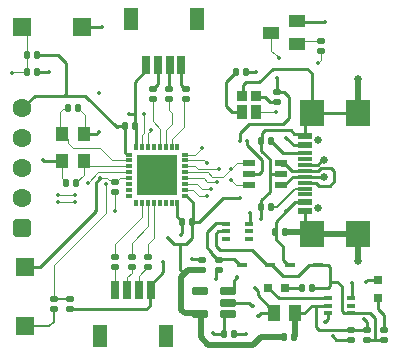
<source format=gtl>
%FSTAX23Y23*%
%MOIN*%
%SFA1B1*%

%IPPOS*%
%AMD20*
4,1,8,-0.006200,-0.010600,0.006200,-0.010600,0.011800,-0.005000,0.011800,0.005000,0.006200,0.010600,-0.006200,0.010600,-0.011800,0.005000,-0.011800,-0.005000,-0.006200,-0.010600,0.0*
1,1,0.011268,-0.006200,-0.005000*
1,1,0.011268,0.006200,-0.005000*
1,1,0.011268,0.006200,0.005000*
1,1,0.011268,-0.006200,0.005000*
%
%AMD24*
4,1,8,-0.010600,0.006200,-0.010600,-0.006200,-0.005000,-0.011800,0.005000,-0.011800,0.010600,-0.006200,0.010600,0.006200,0.005000,0.011800,-0.005000,0.011800,-0.010600,0.006200,0.0*
1,1,0.011268,-0.005000,0.006200*
1,1,0.011268,-0.005000,-0.006200*
1,1,0.011268,0.005000,-0.006200*
1,1,0.011268,0.005000,0.006200*
%
%AMD34*
4,1,8,-0.026600,0.010000,-0.026600,-0.010000,-0.024800,-0.011800,0.024800,-0.011800,0.026600,-0.010000,0.026600,0.010000,0.024800,0.011800,-0.024800,0.011800,-0.026600,0.010000,0.0*
1,1,0.003543,-0.024800,0.010000*
1,1,0.003543,-0.024800,-0.010000*
1,1,0.003543,0.024800,-0.010000*
1,1,0.003543,0.024800,0.010000*
%
%AMD72*
4,1,8,-0.031500,0.015700,-0.031500,-0.015700,-0.015700,-0.031500,0.015700,-0.031500,0.031500,-0.015700,0.031500,0.015700,0.015700,0.031500,-0.015700,0.031500,-0.031500,0.015700,0.0*
1,1,0.031496,-0.015700,0.015700*
1,1,0.031496,-0.015700,-0.015700*
1,1,0.031496,0.015700,-0.015700*
1,1,0.031496,0.015700,0.015700*
%
%ADD10C,0.020000*%
%ADD16C,0.010000*%
G04~CAMADD=20~8~0.0~0.0~236.2~212.6~56.3~0.0~15~0.0~0.0~0.0~0.0~0~0.0~0.0~0.0~0.0~0~0.0~0.0~0.0~180.0~236.0~212.0*
%ADD20D20*%
%ADD21R,0.026000X0.061000*%
%ADD22R,0.032000X0.016000*%
%ADD23R,0.043307X0.051181*%
G04~CAMADD=24~8~0.0~0.0~236.2~212.6~56.3~0.0~15~0.0~0.0~0.0~0.0~0~0.0~0.0~0.0~0.0~0~0.0~0.0~0.0~90.0~212.0~236.0*
%ADD24D24*%
%ADD25R,0.060000X0.060000*%
%ADD27R,0.078740X0.085827*%
%ADD28R,0.045275X0.011811*%
%ADD29R,0.045275X0.023622*%
%ADD30R,0.031496X0.031496*%
%ADD31R,0.031496X0.031496*%
%ADD32R,0.043307X0.056299*%
%ADD33R,0.060000X0.060000*%
G04~CAMADD=34~8~0.0~0.0~236.2~531.5~17.7~0.0~15~0.0~0.0~0.0~0.0~0~0.0~0.0~0.0~0.0~0~0.0~0.0~0.0~90.0~532.0~236.0*
%ADD34D34*%
%ADD35R,0.038189X0.037401*%
%ADD36R,0.038189X0.045275*%
%ADD37R,0.033465X0.045275*%
%ADD38R,0.033465X0.037401*%
%ADD39R,0.055118X0.039370*%
%ADD40R,0.023622X0.011811*%
%ADD41R,0.011811X0.023622*%
%ADD42R,0.038500X0.022000*%
%ADD61R,0.136000X0.136000*%
%ADD67R,0.051000X0.075000*%
%ADD68R,0.029527X0.015748*%
%ADD69C,0.004921*%
%ADD70C,0.008000*%
%ADD71C,0.062992*%
G04~CAMADD=72~8~0.0~0.0~629.9~629.9~157.5~0.0~15~0.0~0.0~0.0~0.0~0~0.0~0.0~0.0~0.0~0~0.0~0.0~0.0~90.0~630.0~630.0*
%ADD72D72*%
%ADD73C,0.025591*%
%ADD74C,0.013780*%
%ADD75C,0.025000*%
%LNcoaster-1*%
%LPD*%
G54D10*
X01195Y00791D02*
Y00904D01*
X01195Y00905D02*
X01195Y00904D01*
X01195Y003D02*
X01195Y003D01*
Y00388*
X0104D02*
X01195D01*
X00616Y00256D02*
X00628Y00268D01*
X00605Y00245D02*
X00616Y00256D01*
X00668Y00122D02*
X0067Y0012D01*
X00666Y00124D02*
X00668Y00122D01*
X00617Y00124D02*
X00666D01*
X00605Y00136D02*
X00617Y00124D01*
X00605Y00136D02*
Y00245D01*
X00628Y00268D02*
X00675D01*
X00984Y00049D02*
Y00125D01*
X00981Y00046D02*
X00984Y00049D01*
X00981Y00045D02*
Y00046D01*
X0067Y00045D02*
Y0012D01*
Y00045D02*
X00695Y0002D01*
X00845*
X0087Y00045*
X00948*
X00951Y00395D02*
X01034D01*
X01017Y00495D02*
Y00495D01*
G54D16*
X00215Y0085D02*
X00285D01*
X00117D02*
X00215D01*
X0022Y00855*
Y0096*
X00126Y00985D02*
X00195D01*
X0022Y0096*
X00545Y00261D02*
Y00295D01*
X00504Y00202D02*
Y0022D01*
X00545Y00261*
X00641Y0043D02*
X00665D01*
X00745Y0051D02*
X008D01*
X00665Y0043D02*
X00745Y0051D01*
X008Y007D02*
Y00725D01*
X0083Y00755*
X00945*
X00885Y00735D02*
X0097D01*
X00982Y00722*
X00875Y00701D02*
Y00725D01*
X00873Y00666D02*
Y007D01*
X00875Y00725D02*
X00885Y00735D01*
X00873Y007D02*
X00875Y00701D01*
X00965Y00775D02*
Y00845D01*
X00945Y00755D02*
X00965Y00775D01*
X00948Y00861D02*
X00965Y00845D01*
X00925Y00861D02*
X00948D01*
X00873Y0044D02*
Y0048D01*
X00274Y0108D02*
X0034D01*
X00085Y0028D02*
X00135D01*
X0032Y00465*
X00995Y01095D02*
X01085D01*
X00993Y01097D02*
X00995Y01095D01*
X00754Y00425D02*
X00756Y00423D01*
X0072Y00425D02*
X00754D01*
X0069Y00395D02*
X0072Y00425D01*
X0069Y00345D02*
Y00395D01*
X00705Y0033D02*
Y0033D01*
X0069Y00345D02*
X00705Y0033D01*
X0072Y0039D02*
X00727Y00397D01*
X00756*
X0072Y0035D02*
Y0039D01*
Y0035D02*
X00735Y00335D01*
X00843D02*
X00893Y00285D01*
X00735Y00335D02*
X00843D01*
X00893Y00285D02*
X00901D01*
X01094D02*
X011Y00279D01*
X01061Y00285D02*
X01094D01*
X011Y0023D02*
Y00279D01*
Y00215D02*
Y0023D01*
X01124D02*
X0114Y00215D01*
X011Y0023D02*
X01124D01*
X01043Y0021D02*
X01094D01*
X011Y00215*
X006Y00355D02*
X0062D01*
X0058D02*
X006D01*
Y00273D02*
X00616Y00256D01*
X006Y00273D02*
Y00355D01*
X00075Y00807D02*
X00117Y0085D01*
X00285D02*
X0039Y00745D01*
X00391*
X00396Y0075D02*
X00418D01*
X00391Y00745D02*
X00396Y0075D01*
X0032Y00465D02*
Y0056D01*
X00335Y00575*
X0056Y00375D02*
X0058Y00355D01*
X00641Y00376D02*
Y0043D01*
X0062Y00355D02*
X00641Y00376D01*
X00126Y0093D02*
X00165D01*
X0045Y0079D02*
Y00896D01*
Y00751D02*
Y0079D01*
X0043D02*
X0045D01*
X0028Y00722D02*
X00322D01*
X0033Y0073*
X00147Y00632D02*
X00209D01*
X00145Y00635D02*
X00147Y00632D01*
X00705Y00325D02*
X00728Y00301D01*
X00705Y00325D02*
Y00329D01*
X00728Y00301D02*
X0073D01*
X00705Y0033D02*
X00705Y00329D01*
X0071Y0006D02*
X00715Y00055D01*
X00748*
X00833Y0016D02*
X00843Y0015D01*
X00761Y0016D02*
X00833D01*
X00843Y0015D02*
X00845D01*
X00898Y00145D02*
Y00146D01*
X0086Y00185D02*
X00898Y00146D01*
X0086Y00185D02*
Y002D01*
X00723Y00243D02*
Y00262D01*
X00729Y00268D02*
X0073D01*
X00723Y00262D02*
X00729Y00268D01*
X0072Y0024D02*
X00723Y00243D01*
X00671Y00305D02*
X00675Y00301D01*
X0064Y00305D02*
X00671D01*
X00605Y00385D02*
Y0039D01*
X00608Y00393D02*
Y0043D01*
X00605Y0039D02*
X00608Y00393D01*
X00593Y00445D02*
X00608Y00431D01*
Y0043D02*
Y00431D01*
X00593Y00445D02*
Y00492D01*
X00641Y0043D02*
X00645Y00433D01*
X00617Y00516D02*
X00623D01*
X00645Y00494*
Y00433D02*
Y00494D01*
X00833Y00423D02*
X00834Y00424D01*
Y00459*
X00835Y0046*
X0085Y0021D02*
X0086Y002D01*
X005Y0015D02*
Y00198D01*
X00504Y00202*
X00488Y00138D02*
X005Y0015D01*
X00235Y00138D02*
X00488D01*
X0073Y00301D02*
X00733Y00305D01*
X00801Y00285D02*
X00809D01*
X00781Y00305D02*
X00801Y00285D01*
X00733Y00305D02*
X00781D01*
X00909Y00285D02*
X00944Y0025D01*
X00995*
X00901Y00285D02*
X00909D01*
X00995Y0025D02*
X0103Y00285D01*
X01061*
X00945Y00301D02*
X00961Y00285D01*
X00969*
X00945Y00301D02*
Y00347D01*
X00923Y00368D02*
X00945Y00347D01*
X00861Y00115D02*
X00871Y00125D01*
X0086Y00115D02*
X00861D01*
X00871Y00125D02*
X00915D01*
X00451Y0075D02*
X00455Y00746D01*
X0045Y00751D02*
X00451Y0075D01*
X00488Y00934D02*
Y00952D01*
X0045Y00896D02*
X00488Y00934D01*
X00755Y00895D02*
X00787Y00928D01*
Y00929*
X00755Y00815D02*
Y00895D01*
X00418Y00662D02*
X00426Y00653D01*
X00432*
X00455Y00678D02*
Y00746D01*
X00418Y00662D02*
Y0075D01*
X00455Y00678D02*
X00456Y00677D01*
X01055Y0015D02*
X01096D01*
X0104D02*
X01055D01*
X00984Y00125D02*
X01015D01*
X0104Y0015*
X00954Y0021D02*
X01009D01*
X00953Y0021D02*
X00954Y0021D01*
X01096Y00175D02*
X01096Y00175D01*
X0093Y00175D02*
X01096D01*
X00894Y0021D02*
X0093Y00175D01*
X01096Y00106D02*
Y00124D01*
X01085Y00095D02*
X01096Y00106D01*
X01055Y0008D02*
X01065Y0007D01*
X01055Y0008D02*
Y0015D01*
X00748Y00115D02*
X00754Y00122D01*
X00748Y00055D02*
Y00115D01*
X00754Y00122D02*
X00761D01*
X0079Y00243D02*
Y00245D01*
X00761Y00197D02*
X00774D01*
X00781Y00204*
Y00235*
X0079Y00243*
X00781Y00055D02*
X0082D01*
X01225Y00234D02*
X0126D01*
X01215Y00104D02*
X01215D01*
X01225Y0007D02*
Y00095D01*
X01215Y00104D02*
X01225Y00095D01*
X01065Y0007D02*
X0117D01*
X01225*
X0126Y0014D02*
Y00175D01*
X0128Y0007D02*
Y0012D01*
X0126Y0014D02*
X0128Y0012D01*
X01173Y00124D02*
X01235D01*
X01252Y00036D02*
X0128D01*
X01225D02*
X01252D01*
X01235Y00124D02*
X01252Y00107D01*
Y00036D02*
Y00107D01*
X01174Y00176D02*
Y00224D01*
X01173Y00175D02*
X01174Y00176D01*
Y00224D02*
X01175Y00225D01*
X01123Y00036D02*
X0117D01*
X0111Y0005D02*
X01123Y00036D01*
X0114Y00133D02*
Y00215D01*
X01034Y00395D02*
X0104Y00388D01*
X01017Y00411D02*
X01034Y00395D01*
X01017Y00411D02*
Y00464D01*
X00825Y00685D02*
Y007D01*
Y00685D02*
X00875Y00635D01*
Y006D02*
Y00635D01*
X00832Y0059D02*
X00865D01*
X00875Y006*
X0083Y00588D02*
X00832Y0059D01*
X00873Y00503D02*
X009Y0053D01*
Y00588*
X00938*
X00873Y00666D02*
X009Y0064D01*
Y00588D02*
Y0064D01*
X00829Y00589D02*
X0083Y00588D01*
X00606Y00884D02*
X00619Y00871D01*
X0062*
X00606Y00884D02*
Y00952D01*
X00566Y00873D02*
Y00951D01*
X00565Y00871D02*
X00566Y00873D01*
Y00951D02*
X00567Y00952D01*
X0051Y00871D02*
X0051D01*
X00527Y00888D02*
Y00952D01*
X0051Y00871D02*
X00527Y00888D01*
X0104Y00791D02*
X0104Y00791D01*
X0104Y00791D02*
Y00925D01*
X0091Y0094D02*
X01025D01*
X0104Y00925*
X00865Y00895D02*
X0091Y0094D01*
X0082Y00895D02*
X00865D01*
X0081Y00885D02*
X0082Y00895D01*
X0081Y00849D02*
Y00885D01*
X00808Y00848D02*
X0081Y00849D01*
X00821Y0093D02*
X00855D01*
X00925Y00861D02*
Y0091D01*
X00901Y00828D02*
X00925D01*
X00885Y00845D02*
X00901Y00828D01*
X00856Y00848D02*
X00859Y00845D01*
X00885*
X00787Y00929D02*
X00788Y0093D01*
X00755Y00815D02*
X00774Y00795D01*
X00808*
X0104Y00791D02*
X01195D01*
X01017Y00715D02*
Y00768D01*
X0104Y00791*
X00982Y00722D02*
X0101D01*
X01017Y00715*
X00906Y00698D02*
X00946Y00658D01*
X01017*
X00906Y00698D02*
Y007D01*
X00955Y0071D02*
X0098Y00684D01*
X01017*
X00918Y00395D02*
X00923Y00389D01*
Y00368D02*
Y00389D01*
X00918Y00395D02*
X0092Y00396D01*
Y0043*
X00955Y00465*
X00985Y00495D02*
X01017D01*
X00955Y00465D02*
X00985Y00495D01*
X01173Y00124D02*
X01173Y00124D01*
X0114Y00133D02*
X01149Y00124D01*
X01173*
X00873Y0048D02*
X00873Y0048D01*
Y00503*
X01017Y0056D02*
X01018Y0056D01*
X01055*
X01065Y0055*
X011*
X01115Y00565*
X01017Y0058D02*
X01017Y0058D01*
X01079D02*
X0108Y0058D01*
X01017Y0058D02*
X01079D01*
X01104Y00609D02*
X01115Y00599D01*
Y00565D02*
Y00599D01*
X01073Y00609D02*
X01104D01*
X01017Y00599D02*
X01063D01*
X01073Y00609*
X01075Y00635D02*
X0108D01*
X0106Y00619D02*
X01075Y00635D01*
X01017Y00619D02*
X0106D01*
X00953Y00557D02*
X00954D01*
X00941Y0055D02*
X00947D01*
X00977Y0058D02*
X01017D01*
X00954Y00557D02*
X00977Y0058D01*
X00975Y00599D02*
X01017D01*
X00955Y0062D02*
X00975Y00599D01*
X00941Y0062D02*
X00955D01*
X00938Y00622D02*
X00941Y0062D01*
G54D20*
X00385Y00561D03*
Y00528D03*
X0117Y00036D03*
Y0007D03*
X00925Y00828D03*
Y00861D03*
X0051Y00838D03*
Y00871D03*
X00495Y00311D03*
Y00278D03*
X0107Y01031D03*
Y00998D03*
X01225Y00036D03*
Y0007D03*
X0018Y00138D03*
Y00171D03*
X00235D03*
Y00138D03*
X0128Y00036D03*
Y0007D03*
X00675Y00268D03*
Y00301D03*
X0073D03*
Y00268D03*
X00385Y00311D03*
Y00278D03*
X00565Y00838D03*
Y00871D03*
X0062Y00838D03*
Y00871D03*
X0044Y00311D03*
Y00278D03*
G54D21*
X00504Y00202D03*
X00464D03*
X00425D03*
X00385D03*
X00606Y00952D03*
X00567D03*
X00527D03*
X00488D03*
G54D22*
X00901Y00285D03*
X00809D03*
X00969D03*
X01061D03*
G54D23*
X00209Y00722D03*
Y00632D03*
X0028D03*
Y00722D03*
G54D24*
X00981Y00045D03*
X00948D03*
X00608Y0043D03*
X00641D03*
X00451Y0075D03*
X00418D03*
X00748Y00055D03*
X00781D03*
X00126Y00985D03*
X00093D03*
X00821Y0093D03*
X00788D03*
X00951Y00395D03*
X00918D03*
X00126Y0093D03*
X00093D03*
X01043Y0021D03*
X01009D03*
X00906Y0048D03*
X00873D03*
Y007D03*
X00906D03*
X00228Y0081D03*
X00261D03*
X00256Y0056D03*
X00223D03*
G54D25*
X00075Y0108D03*
X00274D03*
G54D27*
X01195Y00791D03*
Y00388D03*
X0104Y00791D03*
Y00388D03*
G54D28*
X01017Y00599D03*
Y0058D03*
Y00619D03*
Y0056D03*
Y00639D03*
Y0054D03*
Y00658D03*
Y00521D03*
G54D29*
X01017Y00715D03*
Y00684D03*
Y00495D03*
Y00464D03*
G54D30*
X00894Y0021D03*
X00953D03*
G54D31*
X0126Y00234D03*
Y00175D03*
G54D32*
X00984Y00125D03*
X00915D03*
G54D33*
X00085Y0028D03*
Y00081D03*
G54D34*
X00668Y00122D03*
Y00197D03*
X00761D03*
Y0016D03*
Y00122D03*
G54D35*
X00808Y00848D03*
G54D36*
X00808Y00795D03*
G54D37*
X00856Y00795D03*
G54D38*
X00856Y00848D03*
G54D39*
X00906Y0106D03*
X00993Y01097D03*
Y01022D03*
G54D40*
X00432Y00653D03*
Y00634D03*
Y00614D03*
Y00594D03*
Y00575D03*
Y00555D03*
Y00535D03*
Y00516D03*
X00617D03*
Y00535D03*
Y00555D03*
Y00575D03*
Y00594D03*
Y00614D03*
Y00634D03*
Y00653D03*
G54D41*
X00456Y00492D03*
X00475D03*
X00495D03*
X00515D03*
X00534D03*
X00554D03*
X00574D03*
X00593D03*
Y00677D03*
X00574D03*
X00554D03*
X00534D03*
X00515D03*
X00495D03*
X00475D03*
X00456D03*
G54D42*
X00938Y00551D03*
Y00588D03*
Y00625D03*
X0083D03*
Y00588D03*
Y00551D03*
G54D61*
X00525Y00585D03*
G54D67*
X00334Y0005D03*
X00555D03*
X00437Y01104D03*
X00657D03*
G54D68*
X00756Y00371D03*
Y00397D03*
Y00423D03*
X00833D03*
Y00397D03*
Y00371D03*
X01173Y00124D03*
Y0015D03*
Y00175D03*
X01096D03*
Y0015D03*
Y00124D03*
G54D69*
X00617Y00653D02*
X00653D01*
X00675Y00675*
X0066Y00605D02*
X0073D01*
X00665Y00515D02*
X0069D01*
X00644Y00535D02*
X00665Y00515D01*
X00675Y0054D02*
X00705D01*
X00659Y00555D02*
X00675Y0054D01*
X00385Y00465D02*
Y00528D01*
X00366Y00568D02*
X00378D01*
X00335Y00575D02*
X00359D01*
X00378Y00568D02*
X00385Y00561D01*
X00359Y00575D02*
X00366Y00568D01*
X00387Y00561D02*
X00401Y00575D01*
X00385Y00561D02*
X00387D01*
X00401Y00575D02*
X00432D01*
X00681D02*
X00693Y00563D01*
X00725*
X00617Y00575D02*
X00681D01*
X00695Y00594D02*
X00709Y0058D01*
X00745*
X0077Y00605*
X00617Y00535D02*
X00644D01*
X00617Y00555D02*
X00659D01*
X00075Y0108D02*
X00093Y01061D01*
Y00985D02*
Y01061D01*
X00295Y0056D02*
X00329Y00594D01*
X00432*
X0018Y00235D02*
Y00285D01*
X00355Y0046*
Y00555*
X0048Y00725D02*
Y0079D01*
X00475Y0072D02*
X0048Y00725D01*
X00475Y00677D02*
Y0072D01*
X00495Y00677D02*
Y00724D01*
X00505Y00733D02*
Y00735D01*
X00495Y00724D02*
X00505Y00733D01*
X00906Y01D02*
X0093Y00977D01*
Y00975D02*
Y00977D01*
X00906Y01D02*
Y0106D01*
X00919Y00795D02*
X0092Y00795D01*
X00856Y00795D02*
X00919D01*
X00993Y01022D02*
X01002Y01031D01*
X0107*
X0106Y0096D02*
X0107Y0097D01*
Y00998*
X0106Y0096D02*
Y0096D01*
X00195Y00495D02*
X0025D01*
X0068Y00634D02*
X0069Y00625D01*
X00617Y00634D02*
X0068D01*
X00195Y0052D02*
X0025D01*
X00617Y00594D02*
X00695D01*
X0065Y00615D02*
X0066Y00605D01*
X00617Y00615D02*
X0065D01*
X00093Y0093D02*
Y00985D01*
X00042Y00925D02*
X00047Y0093D01*
X00093*
X0004Y00925D02*
X00042D01*
X00227Y00692D02*
X00245Y00675D01*
X00335*
X002Y00732D02*
X00227Y00704D01*
Y00692D02*
Y00704D01*
X0051Y00765D02*
Y00838D01*
X00534Y00677D02*
Y0074D01*
X0051Y00765D02*
X00534Y0074D01*
X00565Y00801D02*
X00575Y00791D01*
X00565Y00801D02*
Y00838D01*
X00575Y00755D02*
Y00791D01*
X00554Y00677D02*
Y00734D01*
X00575Y00755*
X00615Y00745D02*
Y00833D01*
X0062Y00838*
X00574Y00677D02*
Y00704D01*
X00615Y00745*
X00464Y00239D02*
X00465Y0024D01*
X00464Y00202D02*
Y00239D01*
X00465Y00249D02*
X00493Y00278D01*
X00495*
X00465Y0024D02*
Y00249D01*
X00425Y00202D02*
X00425Y00202D01*
X00425Y00202D02*
Y00245D01*
X0044Y0026D02*
Y00278D01*
X00425Y00245D02*
X0044Y0026D01*
X00385Y00203D02*
X00385Y00202D01*
X00385Y00203D02*
Y00278D01*
X0044Y00311D02*
Y0036D01*
X00495Y00415D02*
Y00492D01*
X0044Y0036D02*
X00495Y00415D01*
X00495Y00311D02*
Y00355D01*
X00515Y00375*
Y00492*
X00385Y00311D02*
Y00355D01*
X00475Y00445*
Y00492*
X002Y00732D02*
Y00795D01*
X0021Y00805*
X00223*
X00228Y0081*
X00285Y00727D02*
Y00785D01*
X0028Y00722D02*
X00285Y00727D01*
X00261Y00808D02*
Y0081D01*
Y00808D02*
X00285Y00785D01*
X0028Y00584D02*
Y00632D01*
X00256Y00561D02*
X0028Y00584D01*
X00256Y0056D02*
Y00561D01*
X00209Y00576D02*
X00223Y00562D01*
X00209Y00576D02*
Y00632D01*
X00223Y0056D02*
Y00562D01*
X0028Y00632D02*
X00297Y00614D01*
X00432*
X00335Y00675D02*
X00375Y00634D01*
X00432*
X00617Y00614D02*
X00617Y00615D01*
X0077Y00605D02*
X0079Y00625D01*
X0077Y0057D02*
X00788Y00551D01*
X0018Y00171D02*
Y00235D01*
X0079Y00625D02*
X0083D01*
X00788Y00551D02*
X0083D01*
G54D70*
X00925Y0048D02*
X00985Y0054D01*
X01017*
X00906Y0048D02*
X00925D01*
X0018Y00171D02*
X00235D01*
X00085Y00081D02*
X00166D01*
X0018Y00095D02*
Y00135D01*
X00166Y00081D02*
X0018Y00095D01*
G54D71*
X00075Y00807D03*
Y00707D03*
Y00507D03*
Y00607D03*
G54D72*
X00075Y00407D03*
G54D73*
X0106Y00703D03*
Y00476D03*
X01195Y00905D03*
Y003D03*
G54D74*
X00675Y00675D03*
X0073Y00605D03*
X0069Y00515D03*
X00705Y0054D03*
X00873Y0044D03*
X00385Y00465D03*
X00725Y00563D03*
X00545Y00295D03*
X008Y0051D03*
Y007D03*
X0034Y0108D03*
X01085Y01095D03*
X00525Y00585D03*
X0058Y0064D03*
X0047Y0053D03*
X0058D03*
X0047Y0064D03*
X0039Y00745D03*
X00335Y00575D03*
X0032Y00465D03*
X0056Y00375D03*
X00295Y0056D03*
X00165Y0093D03*
X0043Y0079D03*
X0033Y0073D03*
X00145Y00635D03*
X00705Y0033D03*
X0071Y0006D03*
X00845Y0015D03*
X0072Y0024D03*
X0064Y00305D03*
X00605Y00385D03*
X00835Y0046D03*
X0085Y0021D03*
X00355Y00555D03*
X0048Y0079D03*
X00505Y00735D03*
X0086Y00115D03*
X0093Y00975D03*
X0092Y00795D03*
X0106Y0096D03*
X00195Y00495D03*
X0025D03*
X0069Y00625D03*
X00195Y0052D03*
X0025D03*
X0004Y00925D03*
X01085Y00095D03*
X0079Y00245D03*
X0082Y00055D03*
X0122Y0023D03*
X01215Y00104D03*
X01175Y00225D03*
X0111Y0005D03*
X0077Y0057D03*
Y00605D03*
X00825Y007D03*
X00855Y0093D03*
X00925Y0091D03*
X00955Y0071D03*
Y00465D03*
X0033Y0086D03*
G54D75*
X0108Y0058D03*
Y00635D03*
M02*
</source>
